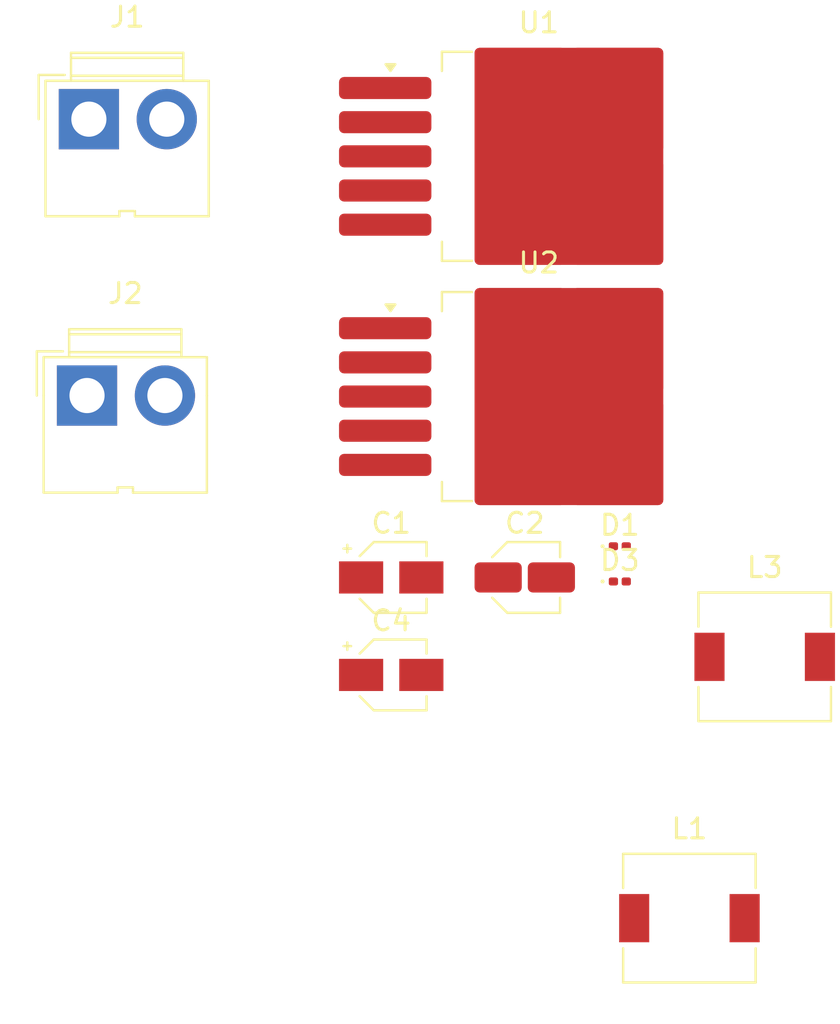
<source format=kicad_pcb>
(kicad_pcb (version 20240108) (generator "pcbnew") (generator_version "8.0")
  (layers (0 "F.Cu" signal) (31 "B.Cu" signal) (34 "B.Paste" user) (35 "F.Paste" user) (36 "B.SilkS" user "B.Silkscreen") (37 "F.SilkS" user "F.Silkscreen") (38 "B.Mask" user) (39 "F.Mask" user) (44 "Edge.Cuts" user))
  (net 0 "")
  (net 1 "5V")
  (net 2 "Net-(D1-K)")
  (net 3 "GND")
  (net 4 "12V")
  (net 5 "Net-(D3-K)")
  (footprint "Diode_SMD:D_0201_0603Metric" (layer "F.Cu") (at 46.535 44.25)
    (property "Reference" "D3" (at 0 -1.05 0) (layer "F.SilkS"))
    (property "Value" "1N5822")
    (fp_circle (center -0.86 0) (end -0.81 0) (stroke (width 0.1)) (fill none) (layer "F.SilkS"))
    (pad "1" smd roundrect (at -0.32 0) (size 0.46 0.4) (layers "F.Cu" "F.Mask") (net 5 "Net-(D3-K)"))
    (pad "2" smd roundrect (at 0.32 0) (size 0.46 0.4) (layers "F.Cu" "F.Mask") (net 3 "GND"))
  )
  (footprint "Package_TO_SOT_SMD:TO-263-5_TabPin3" (layer "F.Cu") (at 42.5 35.05)
    (property "Reference" "U2" (at 0 -6.65 0) (layer "F.SilkS"))
    (property "Value" "LM2576S-5")
    (fp_line (start -4.825 -5.2) (end -4.825 -4.25) (stroke (width 0.12)) (layer "F.SilkS"))
    (fp_line (start -4.825 5.2) (end -4.825 4.25) (stroke (width 0.12)) (layer "F.SilkS"))
    (fp_line (start -3.325 -5.2) (end -4.825 -5.2) (stroke (width 0.12)) (layer "F.SilkS"))
    (fp_line (start -3.325 5.2) (end -4.825 5.2) (stroke (width 0.12)) (layer "F.SilkS"))
    (fp_poly (pts (xy -7.3875 -4.25) (xy -7.6275 -4.58) (xy -7.1475 -4.58) (xy -7.3875 -4.25)) (stroke (width 0.12)) (fill solid) (layer "F.SilkS"))
    (pad "1" smd roundrect (at -7.65 -3.4) (size 4.6 1.1) (layers "F.Cu" "F.Paste" "F.Mask") (roundrect_rratio 0.227273) (net 4 "12V"))
    (pad "2" smd roundrect (at -7.65 -1.7) (size 4.6 1.1) (layers "F.Cu" "F.Paste" "F.Mask") (roundrect_rratio 0.227273) (net 5 "Net-(D3-K)"))
    (pad "3" smd roundrect (at -7.65 0) (size 4.6 1.1) (layers "F.Cu" "F.Paste" "F.Mask") (roundrect_rratio 0.227273) (net 3 "GND"))
    (pad "3" smd roundrect (at -0.925 -2.775) (size 4.55 5.25) (layers "F.Cu" "F.Paste") (roundrect_rratio 0.054945) (net 3 "GND"))
    (pad "3" smd roundrect (at -0.925 2.775) (size 4.55 5.25) (layers "F.Cu" "F.Paste") (roundrect_rratio 0.054945) (net 3 "GND"))
    (pad "3" smd roundrect (at 1.5 0) (size 9.4 10.8) (layers "F.Cu" "F.Mask") (roundrect_rratio 0.026596) (net 3 "GND"))
    (pad "3" smd roundrect (at 3.925 -2.775) (size 4.55 5.25) (layers "F.Cu" "F.Paste") (roundrect_rratio 0.054945) (net 3 "GND"))
    (pad "3" smd roundrect (at 3.925 2.775) (size 4.55 5.25) (layers "F.Cu" "F.Paste") (roundrect_rratio 0.054945) (net 3 "GND"))
    (pad "4" smd roundrect (at -7.65 1.7) (size 4.6 1.1) (layers "F.Cu" "F.Paste" "F.Mask") (roundrect_rratio 0.227273) (net 1 "5V"))
    (pad "5" smd roundrect (at -7.65 3.4) (size 4.6 1.1) (layers "F.Cu" "F.Paste" "F.Mask") (roundrect_rratio 0.227273) (net 3 "GND"))
  )
  (footprint "Capacitor_SMD:C_Elec_3x5.4" (layer "F.Cu") (at 41.8 44.05)
    (property "Reference" "C2" (at 0 -2.7 0) (layer "F.SilkS"))
    (property "Value" "100uF")
    (fp_line (start -1.620563 -1.01) (end -0.870563 -1.76) (stroke (width 0.12)) (layer "F.SilkS"))
    (fp_line (start -1.620563 1.01) (end -0.870563 1.76) (stroke (width 0.12)) (layer "F.SilkS"))
    (fp_line (start -0.870563 -1.76) (end 1.76 -1.76) (stroke (width 0.12)) (layer "F.SilkS"))
    (fp_line (start -0.870563 1.76) (end 1.76 1.76) (stroke (width 0.12)) (layer "F.SilkS"))
    (fp_line (start 1.76 -1.76) (end 1.76 -1.01) (stroke (width 0.12)) (layer "F.SilkS"))
    (fp_line (start 1.76 1.76) (end 1.76 1.01) (stroke (width 0.12)) (layer "F.SilkS"))
    (pad "1" smd roundrect (at -1.325 0) (size 2.35 1.5) (layers "F.Cu" "F.Paste" "F.Mask") (roundrect_rratio 0.166667) (net 4 "12V"))
    (pad "2" smd roundrect (at 1.325 0) (size 2.35 1.5) (layers "F.Cu" "F.Paste" "F.Mask") (roundrect_rratio 0.166667) (net 3 "GND"))
  )
  (footprint "Capacitor_SMD:CP_Elec_3x5.3" (layer "F.Cu") (at 35.15 48.9)
    (property "Reference" "C4" (at 0 -2.7 0) (layer "F.SilkS"))
    (property "Value" "1000uF")
    (fp_line (start -2.375 -1.435) (end -2 -1.435) (stroke (width 0.12)) (layer "F.SilkS"))
    (fp_line (start -2.1875 -1.6225) (end -2.1875 -1.2475) (stroke (width 0.12)) (layer "F.SilkS"))
    (fp_line (start -1.570563 -1.06) (end -0.870563 -1.76) (stroke (width 0.12)) (layer "F.SilkS"))
    (fp_line (start -1.570563 1.06) (end -0.870563 1.76) (stroke (width 0.12)) (layer "F.SilkS"))
    (fp_line (start -0.870563 -1.76) (end 1.76 -1.76) (stroke (width 0.12)) (layer "F.SilkS"))
    (fp_line (start -0.870563 1.76) (end 1.76 1.76) (stroke (width 0.12)) (layer "F.SilkS"))
    (fp_line (start 1.76 -1.76) (end 1.76 -1.06) (stroke (width 0.12)) (layer "F.SilkS"))
    (fp_line (start 1.76 1.76) (end 1.76 1.06) (stroke (width 0.12)) (layer "F.SilkS"))
    (pad "1" smd rect (at -1.5 0) (size 2.2 1.6) (layers "F.Cu" "F.Paste" "F.Mask") (net 1 "5V"))
    (pad "2" smd rect (at 1.5 0) (size 2.2 1.6) (layers "F.Cu" "F.Paste" "F.Mask") (net 3 "GND"))
  )
  (footprint "Connector:JWT_A3963_1x02_P3.96mm_Vertical" (layer "F.Cu") (at 20.0925 21.25)
    (property "Reference" "J1" (at 1.91 -5.08 0) (layer "F.SilkS"))
    (property "Value" "Conn_01x02_Pin")
    (fp_line (start -2.5 -2.2) (end -2.5 0) (stroke (width 0.12)) (layer "F.SilkS"))
    (fp_line (start -2.16 -1.91) (end -2.16 0) (stroke (width 0.12)) (layer "F.SilkS"))
    (fp_line (start -2.16 -1.91) (end 5.97 -1.91) (stroke (width 0.12)) (layer "F.SilkS"))
    (fp_line (start -2.16 0) (end -2.16 4.83) (stroke (width 0.12)) (layer "F.SilkS"))
    (fp_line (start -1.2 -2.2) (end -2.5 -2.2) (stroke (width 0.12)) (layer "F.SilkS"))
    (fp_line (start -0.89 -3.3) (end 4.7 -3.3) (stroke (width 0.12)) (layer "F.SilkS"))
    (fp_line (start -0.89 -3.05) (end 4.7 -3.05) (stroke (width 0.12)) (layer "F.SilkS"))
    (fp_line (start -0.89 -2.16) (end 4.7 -2.16) (stroke (width 0.12)) (layer "F.SilkS"))
    (fp_line (start -0.89 -1.91) (end -0.89 -3.3) (stroke (width 0.12)) (layer "F.SilkS"))
    (fp_line (start 1.52 4.57) (end 2.29 4.57) (stroke (width 0.12)) (layer "F.SilkS"))
    (fp_line (start 1.52 4.83) (end -2.16 4.83) (stroke (width 0.12)) (layer "F.SilkS"))
    (fp_line (start 1.52 4.83) (end 1.52 4.57) (stroke (width 0.12)) (layer "F.SilkS"))
    (fp_line (start 2.29 4.57) (end 2.29 4.83) (stroke (width 0.12)) (layer "F.SilkS"))
    (fp_line (start 2.29 4.83) (end 5.97 4.83) (stroke (width 0.12)) (layer "F.SilkS"))
    (fp_line (start 4.7 -1.91) (end 4.7 -3.3) (stroke (width 0.12)) (layer "F.SilkS"))
    (fp_line (start 5.97 -1.91) (end 5.97 0) (stroke (width 0.12)) (layer "F.SilkS"))
    (fp_line (start 5.97 4.83) (end 5.97 0) (stroke (width 0.12)) (layer "F.SilkS"))
    (pad "1" thru_hole rect (at 0 0) (size 3 3) (drill 1.75) (layers "*.Cu" "*.Mask") (net 1 "5V"))
    (pad "2" thru_hole circle (at 3.88 0) (size 3 3) (drill 1.75) (layers "*.Cu" "*.Mask") (net 4 "12V"))
  )
  (footprint "Connector:JWT_A3963_1x02_P3.96mm_Vertical" (layer "F.Cu") (at 20 35)
    (property "Reference" "J2" (at 1.91 -5.08 0) (layer "F.SilkS"))
    (property "Value" "Conn_01x02_Pin")
    (fp_line (start -2.5 -2.2) (end -2.5 0) (stroke (width 0.12)) (layer "F.SilkS"))
    (fp_line (start -2.16 -1.91) (end -2.16 0) (stroke (width 0.12)) (layer "F.SilkS"))
    (fp_line (start -2.16 -1.91) (end 5.97 -1.91) (stroke (width 0.12)) (layer "F.SilkS"))
    (fp_line (start -2.16 0) (end -2.16 4.83) (stroke (width 0.12)) (layer "F.SilkS"))
    (fp_line (start -1.2 -2.2) (end -2.5 -2.2) (stroke (width 0.12)) (layer "F.SilkS"))
    (fp_line (start -0.89 -3.3) (end 4.7 -3.3) (stroke (width 0.12)) (layer "F.SilkS"))
    (fp_line (start -0.89 -3.05) (end 4.7 -3.05) (stroke (width 0.12)) (layer "F.SilkS"))
    (fp_line (start -0.89 -2.16) (end 4.7 -2.16) (stroke (width 0.12)) (layer "F.SilkS"))
    (fp_line (start -0.89 -1.91) (end -0.89 -3.3) (stroke (width 0.12)) (layer "F.SilkS"))
    (fp_line (start 1.52 4.57) (end 2.29 4.57) (stroke (width 0.12)) (layer "F.SilkS"))
    (fp_line (start 1.52 4.83) (end -2.16 4.83) (stroke (width 0.12)) (layer "F.SilkS"))
    (fp_line (start 1.52 4.83) (end 1.52 4.57) (stroke (width 0.12)) (layer "F.SilkS"))
    (fp_line (start 2.29 4.57) (end 2.29 4.83) (stroke (width 0.12)) (layer "F.SilkS"))
    (fp_line (start 2.29 4.83) (end 5.97 4.83) (stroke (width 0.12)) (layer "F.SilkS"))
    (fp_line (start 4.7 -1.91) (end 4.7 -3.3) (stroke (width 0.12)) (layer "F.SilkS"))
    (fp_line (start 5.97 -1.91) (end 5.97 0) (stroke (width 0.12)) (layer "F.SilkS"))
    (fp_line (start 5.97 4.83) (end 5.97 0) (stroke (width 0.12)) (layer "F.SilkS"))
    (pad "1" thru_hole rect (at 0 0) (size 3 3) (drill 1.75) (layers "*.Cu" "*.Mask") (net 1 "5V"))
    (pad "2" thru_hole circle (at 3.88 0) (size 3 3) (drill 1.75) (layers "*.Cu" "*.Mask") (net 4 "12V"))
  )
  (footprint "Package_TO_SOT_SMD:TO-263-5_TabPin3" (layer "F.Cu") (at 42.5 23.1)
    (property "Reference" "U1" (at 0 -6.65 0) (layer "F.SilkS"))
    (property "Value" "LM2576S-5")
    (fp_line (start -4.825 -5.2) (end -4.825 -4.25) (stroke (width 0.12)) (layer "F.SilkS"))
    (fp_line (start -4.825 5.2) (end -4.825 4.25) (stroke (width 0.12)) (layer "F.SilkS"))
    (fp_line (start -3.325 -5.2) (end -4.825 -5.2) (stroke (width 0.12)) (layer "F.SilkS"))
    (fp_line (start -3.325 5.2) (end -4.825 5.2) (stroke (width 0.12)) (layer "F.SilkS"))
    (fp_poly (pts (xy -7.3875 -4.25) (xy -7.6275 -4.58) (xy -7.1475 -4.58) (xy -7.3875 -4.25)) (stroke (width 0.12)) (fill solid) (layer "F.SilkS"))
    (pad "1" smd roundrect (at -7.65 -3.4) (size 4.6 1.1) (layers "F.Cu" "F.Paste" "F.Mask") (roundrect_rratio 0.227273) (net 4 "12V"))
    (pad "2" smd roundrect (at -7.65 -1.7) (size 4.6 1.1) (layers "F.Cu" "F.Paste" "F.Mask") (roundrect_rratio 0.227273) (net 2 "Net-(D1-K)"))
    (pad "3" smd roundrect (at -7.65 0) (size 4.6 1.1) (layers "F.Cu" "F.Paste" "F.Mask") (roundrect_rratio 0.227273) (net 3 "GND"))
    (pad "3" smd roundrect (at -0.925 -2.775) (size 4.55 5.25) (layers "F.Cu" "F.Paste") (roundrect_rratio 0.054945) (net 3 "GND"))
    (pad "3" smd roundrect (at -0.925 2.775) (size 4.55 5.25) (layers "F.Cu" "F.Paste") (roundrect_rratio 0.054945) (net 3 "GND"))
    (pad "3" smd roundrect (at 1.5 0) (size 9.4 10.8) (layers "F.Cu" "F.Mask") (roundrect_rratio 0.026596) (net 3 "GND"))
    (pad "3" smd roundrect (at 3.925 -2.775) (size 4.55 5.25) (layers "F.Cu" "F.Paste") (roundrect_rratio 0.054945) (net 3 "GND"))
    (pad "3" smd roundrect (at 3.925 2.775) (size 4.55 5.25) (layers "F.Cu" "F.Paste") (roundrect_rratio 0.054945) (net 3 "GND"))
    (pad "4" smd roundrect (at -7.65 1.7) (size 4.6 1.1) (layers "F.Cu" "F.Paste" "F.Mask") (roundrect_rratio 0.227273) (net 1 "5V"))
    (pad "5" smd roundrect (at -7.65 3.4) (size 4.6 1.1) (layers "F.Cu" "F.Paste" "F.Mask") (roundrect_rratio 0.227273) (net 3 "GND"))
  )
  (footprint "Capacitor_SMD:CP_Elec_3x5.3" (layer "F.Cu") (at 35.15 44.05)
    (property "Reference" "C1" (at 0 -2.7 0) (layer "F.SilkS"))
    (property "Value" "470uF 16V")
    (fp_line (start -2.375 -1.435) (end -2 -1.435) (stroke (width 0.12)) (layer "F.SilkS"))
    (fp_line (start -2.1875 -1.6225) (end -2.1875 -1.2475) (stroke (width 0.12)) (layer "F.SilkS"))
    (fp_line (start -1.570563 -1.06) (end -0.870563 -1.76) (stroke (width 0.12)) (layer "F.SilkS"))
    (fp_line (start -1.570563 1.06) (end -0.870563 1.76) (stroke (width 0.12)) (layer "F.SilkS"))
    (fp_line (start -0.870563 -1.76) (end 1.76 -1.76) (stroke (width 0.12)) (layer "F.SilkS"))
    (fp_line (start -0.870563 1.76) (end 1.76 1.76) (stroke (width 0.12)) (layer "F.SilkS"))
    (fp_line (start 1.76 -1.76) (end 1.76 -1.06) (stroke (width 0.12)) (layer "F.SilkS"))
    (fp_line (start 1.76 1.76) (end 1.76 1.06) (stroke (width 0.12)) (layer "F.SilkS"))
    (pad "1" smd rect (at -1.5 0) (size 2.2 1.6) (layers "F.Cu" "F.Paste" "F.Mask") (net 1 "5V"))
    (pad "2" smd rect (at 1.5 0) (size 2.2 1.6) (layers "F.Cu" "F.Paste" "F.Mask") (net 3 "GND"))
  )
  (footprint "Inductor_SMD:L_6.3x6.3_H3" (layer "F.Cu") (at 53.75 48)
    (property "Reference" "L3" (at 0 -4.45 0) (layer "F.SilkS"))
    (property "Value" "100uh")
    (fp_line (start -3.3 -3.2) (end 3.3 -3.2) (stroke (width 0.12)) (layer "F.SilkS"))
    (fp_line (start -3.3 -1.5) (end -3.3 -3.2) (stroke (width 0.12)) (layer "F.SilkS"))
    (fp_line (start -3.3 3.2) (end -3.3 1.5) (stroke (width 0.12)) (layer "F.SilkS"))
    (fp_line (start 3.3 -3.2) (end 3.3 -1.5) (stroke (width 0.12)) (layer "F.SilkS"))
    (fp_line (start 3.3 1.5) (end 3.3 3.2) (stroke (width 0.12)) (layer "F.SilkS"))
    (fp_line (start 3.3 3.2) (end -3.3 3.2) (stroke (width 0.12)) (layer "F.SilkS"))
    (pad "1" smd rect (at -2.75 0) (size 1.5 2.4) (layers "F.Cu" "F.Paste" "F.Mask") (net 5 "Net-(D3-K)"))
    (pad "2" smd rect (at 2.75 0) (size 1.5 2.4) (layers "F.Cu" "F.Paste" "F.Mask") (net 1 "5V"))
  )
  (footprint "Diode_SMD:D_0201_0603Metric" (layer "F.Cu") (at 46.535 42.5)
    (property "Reference" "D1" (at 0 -1.05 0) (layer "F.SilkS"))
    (property "Value" "1n5822")
    (fp_circle (center -0.86 0) (end -0.81 0) (stroke (width 0.1)) (fill none) (layer "F.SilkS"))
    (pad "1" smd roundrect (at -0.32 0) (size 0.46 0.4) (layers "F.Cu" "F.Mask") (net 2 "Net-(D1-K)"))
    (pad "2" smd roundrect (at 0.32 0) (size 0.46 0.4) (layers "F.Cu" "F.Mask") (net 3 "GND"))
  )
  (footprint "Inductor_SMD:L_6.3x6.3_H3" (layer "F.Cu") (at 50 61)
    (property "Reference" "L1" (at 0 -4.45 0) (layer "F.SilkS"))
    (property "Value" "100uH")
    (fp_line (start -3.3 -3.2) (end 3.3 -3.2) (stroke (width 0.12)) (layer "F.SilkS"))
    (fp_line (start -3.3 -1.5) (end -3.3 -3.2) (stroke (width 0.12)) (layer "F.SilkS"))
    (fp_line (start -3.3 3.2) (end -3.3 1.5) (stroke (width 0.12)) (layer "F.SilkS"))
    (fp_line (start 3.3 -3.2) (end 3.3 -1.5) (stroke (width 0.12)) (layer "F.SilkS"))
    (fp_line (start 3.3 1.5) (end 3.3 3.2) (stroke (width 0.12)) (layer "F.SilkS"))
    (fp_line (start 3.3 3.2) (end -3.3 3.2) (stroke (width 0.12)) (layer "F.SilkS"))
    (pad "1" smd rect (at -2.75 0) (size 1.5 2.4) (layers "F.Cu" "F.Paste" "F.Mask") (net 2 "Net-(D1-K)"))
    (pad "2" smd rect (at 2.75 0) (size 1.5 2.4) (layers "F.Cu" "F.Paste" "F.Mask") (net 1 "5V"))
  )
)
</source>
